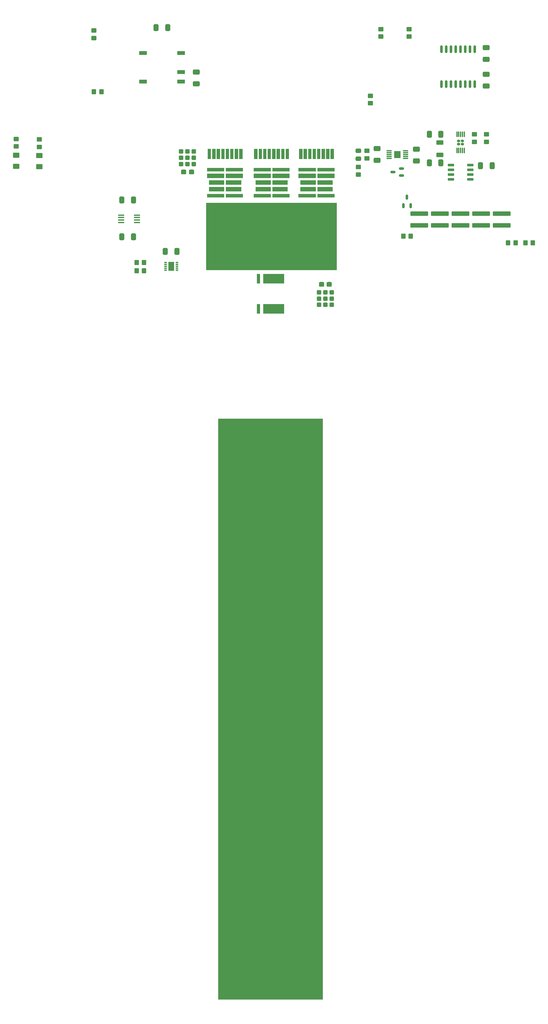
<source format=gbr>
%TF.GenerationSoftware,KiCad,Pcbnew,8.0.3*%
%TF.CreationDate,2024-09-30T04:18:30-05:00*%
%TF.ProjectId,Project Lab 4,50726f6a-6563-4742-904c-616220342e6b,rev?*%
%TF.SameCoordinates,Original*%
%TF.FileFunction,Paste,Top*%
%TF.FilePolarity,Positive*%
%FSLAX46Y46*%
G04 Gerber Fmt 4.6, Leading zero omitted, Abs format (unit mm)*
G04 Created by KiCad (PCBNEW 8.0.3) date 2024-09-30 04:18:30*
%MOMM*%
%LPD*%
G01*
G04 APERTURE LIST*
G04 Aperture macros list*
%AMRoundRect*
0 Rectangle with rounded corners*
0 $1 Rounding radius*
0 $2 $3 $4 $5 $6 $7 $8 $9 X,Y pos of 4 corners*
0 Add a 4 corners polygon primitive as box body*
4,1,4,$2,$3,$4,$5,$6,$7,$8,$9,$2,$3,0*
0 Add four circle primitives for the rounded corners*
1,1,$1+$1,$2,$3*
1,1,$1+$1,$4,$5*
1,1,$1+$1,$6,$7*
1,1,$1+$1,$8,$9*
0 Add four rect primitives between the rounded corners*
20,1,$1+$1,$2,$3,$4,$5,0*
20,1,$1+$1,$4,$5,$6,$7,0*
20,1,$1+$1,$6,$7,$8,$9,0*
20,1,$1+$1,$8,$9,$2,$3,0*%
G04 Aperture macros list end*
%ADD10C,0.010000*%
%ADD11R,35.000000X18.000000*%
%ADD12RoundRect,0.250000X-0.412500X-0.650000X0.412500X-0.650000X0.412500X0.650000X-0.412500X0.650000X0*%
%ADD13RoundRect,0.300000X-0.325000X-0.300000X0.325000X-0.300000X0.325000X0.300000X-0.325000X0.300000X0*%
%ADD14RoundRect,0.317500X0.382500X0.317500X-0.382500X0.317500X-0.382500X-0.317500X0.382500X-0.317500X0*%
%ADD15RoundRect,0.250000X-0.475000X0.337500X-0.475000X-0.337500X0.475000X-0.337500X0.475000X0.337500X0*%
%ADD16RoundRect,0.250000X-0.450000X0.350000X-0.450000X-0.350000X0.450000X-0.350000X0.450000X0.350000X0*%
%ADD17RoundRect,0.250000X0.412500X0.650000X-0.412500X0.650000X-0.412500X-0.650000X0.412500X-0.650000X0*%
%ADD18R,2.100000X1.000000*%
%ADD19R,1.425000X0.300000*%
%ADD20R,1.680000X1.880000*%
%ADD21R,28.000000X155.000000*%
%ADD22RoundRect,0.250000X0.350000X0.450000X-0.350000X0.450000X-0.350000X-0.450000X0.350000X-0.450000X0*%
%ADD23RoundRect,0.250000X0.650000X-0.412500X0.650000X0.412500X-0.650000X0.412500X-0.650000X-0.412500X0*%
%ADD24RoundRect,0.250000X2.125000X-0.362500X2.125000X0.362500X-2.125000X0.362500X-2.125000X-0.362500X0*%
%ADD25RoundRect,0.250000X-0.650000X0.412500X-0.650000X-0.412500X0.650000X-0.412500X0.650000X0.412500X0*%
%ADD26R,5.600000X2.550000*%
%ADD27R,0.900000X2.550000*%
%ADD28RoundRect,0.150000X-0.150000X0.875000X-0.150000X-0.875000X0.150000X-0.875000X0.150000X0.875000X0*%
%ADD29RoundRect,0.150000X0.150000X-0.512500X0.150000X0.512500X-0.150000X0.512500X-0.150000X-0.512500X0*%
%ADD30RoundRect,0.300000X0.325000X0.300000X-0.325000X0.300000X-0.325000X-0.300000X0.325000X-0.300000X0*%
%ADD31RoundRect,0.317500X-0.382500X-0.317500X0.382500X-0.317500X0.382500X0.317500X-0.382500X0.317500X0*%
%ADD32R,0.750000X0.300000*%
%ADD33R,1.600000X2.400000*%
%ADD34RoundRect,0.250000X-0.350000X-0.450000X0.350000X-0.450000X0.350000X0.450000X-0.350000X0.450000X0*%
%ADD35RoundRect,0.250000X0.700000X-0.362500X0.700000X0.362500X-0.700000X0.362500X-0.700000X-0.362500X0*%
%ADD36RoundRect,0.250001X-0.624999X0.462499X-0.624999X-0.462499X0.624999X-0.462499X0.624999X0.462499X0*%
%ADD37RoundRect,0.150000X0.512500X0.150000X-0.512500X0.150000X-0.512500X-0.150000X0.512500X-0.150000X0*%
%ADD38RoundRect,0.175000X0.225000X-0.175000X0.225000X0.175000X-0.225000X0.175000X-0.225000X-0.175000X0*%
%ADD39RoundRect,0.075000X0.075000X-0.662500X0.075000X0.662500X-0.075000X0.662500X-0.075000X-0.662500X0*%
%ADD40RoundRect,0.250000X0.450000X-0.350000X0.450000X0.350000X-0.450000X0.350000X-0.450000X-0.350000X0*%
%ADD41RoundRect,0.150000X-0.725000X-0.150000X0.725000X-0.150000X0.725000X0.150000X-0.725000X0.150000X0*%
%ADD42RoundRect,0.100000X-0.712500X-0.100000X0.712500X-0.100000X0.712500X0.100000X-0.712500X0.100000X0*%
G04 APERTURE END LIST*
D10*
%TO.C,Q1*%
X402200000Y-1820000D02*
X401400000Y-1820000D01*
X401400000Y880000D01*
X402200000Y880000D01*
X402200000Y-1820000D01*
G36*
X402200000Y-1820000D02*
G01*
X401400000Y-1820000D01*
X401400000Y880000D01*
X402200000Y880000D01*
X402200000Y-1820000D01*
G37*
X403400000Y-1820000D02*
X402600000Y-1820000D01*
X402600000Y880000D01*
X403400000Y880000D01*
X403400000Y-1820000D01*
G36*
X403400000Y-1820000D02*
G01*
X402600000Y-1820000D01*
X402600000Y880000D01*
X403400000Y880000D01*
X403400000Y-1820000D01*
G37*
X404600000Y-1820000D02*
X403800000Y-1820000D01*
X403800000Y880000D01*
X404600000Y880000D01*
X404600000Y-1820000D01*
G36*
X404600000Y-1820000D02*
G01*
X403800000Y-1820000D01*
X403800000Y880000D01*
X404600000Y880000D01*
X404600000Y-1820000D01*
G37*
X405750000Y-5045000D02*
X401250000Y-5045000D01*
X401250000Y-4195000D01*
X405750000Y-4195000D01*
X405750000Y-5045000D01*
G36*
X405750000Y-5045000D02*
G01*
X401250000Y-5045000D01*
X401250000Y-4195000D01*
X405750000Y-4195000D01*
X405750000Y-5045000D01*
G37*
X405750000Y-6845000D02*
X401250000Y-6845000D01*
X401250000Y-5745000D01*
X405750000Y-5745000D01*
X405750000Y-6845000D01*
G36*
X405750000Y-6845000D02*
G01*
X401250000Y-6845000D01*
X401250000Y-5745000D01*
X405750000Y-5745000D01*
X405750000Y-6845000D01*
G37*
X405750000Y-8645000D02*
X401750000Y-8645000D01*
X401750000Y-7545000D01*
X405750000Y-7545000D01*
X405750000Y-8645000D01*
G36*
X405750000Y-8645000D02*
G01*
X401750000Y-8645000D01*
X401750000Y-7545000D01*
X405750000Y-7545000D01*
X405750000Y-8645000D01*
G37*
X405750000Y-10445000D02*
X401750000Y-10445000D01*
X401750000Y-9345000D01*
X405750000Y-9345000D01*
X405750000Y-10445000D01*
G36*
X405750000Y-10445000D02*
G01*
X401750000Y-10445000D01*
X401750000Y-9345000D01*
X405750000Y-9345000D01*
X405750000Y-10445000D01*
G37*
X405750000Y-11995000D02*
X401250000Y-11995000D01*
X401250000Y-11145000D01*
X405750000Y-11145000D01*
X405750000Y-11995000D01*
G36*
X405750000Y-11995000D02*
G01*
X401250000Y-11995000D01*
X401250000Y-11145000D01*
X405750000Y-11145000D01*
X405750000Y-11995000D01*
G37*
X405800000Y-1820000D02*
X405000000Y-1820000D01*
X405000000Y880000D01*
X405800000Y880000D01*
X405800000Y-1820000D01*
G36*
X405800000Y-1820000D02*
G01*
X405000000Y-1820000D01*
X405000000Y880000D01*
X405800000Y880000D01*
X405800000Y-1820000D01*
G37*
X407000000Y-1820000D02*
X406200000Y-1820000D01*
X406200000Y880000D01*
X407000000Y880000D01*
X407000000Y-1820000D01*
G36*
X407000000Y-1820000D02*
G01*
X406200000Y-1820000D01*
X406200000Y880000D01*
X407000000Y880000D01*
X407000000Y-1820000D01*
G37*
X408200000Y-1820000D02*
X407400000Y-1820000D01*
X407400000Y880000D01*
X408200000Y880000D01*
X408200000Y-1820000D01*
G36*
X408200000Y-1820000D02*
G01*
X407400000Y-1820000D01*
X407400000Y880000D01*
X408200000Y880000D01*
X408200000Y-1820000D01*
G37*
X409400000Y-1820000D02*
X408600000Y-1820000D01*
X408600000Y880000D01*
X409400000Y880000D01*
X409400000Y-1820000D01*
G36*
X409400000Y-1820000D02*
G01*
X408600000Y-1820000D01*
X408600000Y880000D01*
X409400000Y880000D01*
X409400000Y-1820000D01*
G37*
X410250000Y-8645000D02*
X406250000Y-8645000D01*
X406250000Y-7545000D01*
X410250000Y-7545000D01*
X410250000Y-8645000D01*
G36*
X410250000Y-8645000D02*
G01*
X406250000Y-8645000D01*
X406250000Y-7545000D01*
X410250000Y-7545000D01*
X410250000Y-8645000D01*
G37*
X410250000Y-10445000D02*
X406250000Y-10445000D01*
X406250000Y-9345000D01*
X410250000Y-9345000D01*
X410250000Y-10445000D01*
G36*
X410250000Y-10445000D02*
G01*
X406250000Y-10445000D01*
X406250000Y-9345000D01*
X410250000Y-9345000D01*
X410250000Y-10445000D01*
G37*
X410600000Y-1820000D02*
X409800000Y-1820000D01*
X409800000Y880000D01*
X410600000Y880000D01*
X410600000Y-1820000D01*
G36*
X410600000Y-1820000D02*
G01*
X409800000Y-1820000D01*
X409800000Y880000D01*
X410600000Y880000D01*
X410600000Y-1820000D01*
G37*
X410750000Y-5045000D02*
X406250000Y-5045000D01*
X406250000Y-4195000D01*
X410750000Y-4195000D01*
X410750000Y-5045000D01*
G36*
X410750000Y-5045000D02*
G01*
X406250000Y-5045000D01*
X406250000Y-4195000D01*
X410750000Y-4195000D01*
X410750000Y-5045000D01*
G37*
X410750000Y-6845000D02*
X406250000Y-6845000D01*
X406250000Y-5745000D01*
X410750000Y-5745000D01*
X410750000Y-6845000D01*
G36*
X410750000Y-6845000D02*
G01*
X406250000Y-6845000D01*
X406250000Y-5745000D01*
X410750000Y-5745000D01*
X410750000Y-6845000D01*
G37*
X410750000Y-11995000D02*
X406250000Y-11995000D01*
X406250000Y-11145000D01*
X410750000Y-11145000D01*
X410750000Y-11995000D01*
G36*
X410750000Y-11995000D02*
G01*
X406250000Y-11995000D01*
X406250000Y-11145000D01*
X410750000Y-11145000D01*
X410750000Y-11995000D01*
G37*
%TO.C,Q3*%
X377800000Y-1820000D02*
X377000000Y-1820000D01*
X377000000Y880000D01*
X377800000Y880000D01*
X377800000Y-1820000D01*
G36*
X377800000Y-1820000D02*
G01*
X377000000Y-1820000D01*
X377000000Y880000D01*
X377800000Y880000D01*
X377800000Y-1820000D01*
G37*
X379000000Y-1820000D02*
X378200000Y-1820000D01*
X378200000Y880000D01*
X379000000Y880000D01*
X379000000Y-1820000D01*
G36*
X379000000Y-1820000D02*
G01*
X378200000Y-1820000D01*
X378200000Y880000D01*
X379000000Y880000D01*
X379000000Y-1820000D01*
G37*
X380200000Y-1820000D02*
X379400000Y-1820000D01*
X379400000Y880000D01*
X380200000Y880000D01*
X380200000Y-1820000D01*
G36*
X380200000Y-1820000D02*
G01*
X379400000Y-1820000D01*
X379400000Y880000D01*
X380200000Y880000D01*
X380200000Y-1820000D01*
G37*
X381350000Y-5045000D02*
X376850000Y-5045000D01*
X376850000Y-4195000D01*
X381350000Y-4195000D01*
X381350000Y-5045000D01*
G36*
X381350000Y-5045000D02*
G01*
X376850000Y-5045000D01*
X376850000Y-4195000D01*
X381350000Y-4195000D01*
X381350000Y-5045000D01*
G37*
X381350000Y-6845000D02*
X376850000Y-6845000D01*
X376850000Y-5745000D01*
X381350000Y-5745000D01*
X381350000Y-6845000D01*
G36*
X381350000Y-6845000D02*
G01*
X376850000Y-6845000D01*
X376850000Y-5745000D01*
X381350000Y-5745000D01*
X381350000Y-6845000D01*
G37*
X381350000Y-8645000D02*
X377350000Y-8645000D01*
X377350000Y-7545000D01*
X381350000Y-7545000D01*
X381350000Y-8645000D01*
G36*
X381350000Y-8645000D02*
G01*
X377350000Y-8645000D01*
X377350000Y-7545000D01*
X381350000Y-7545000D01*
X381350000Y-8645000D01*
G37*
X381350000Y-10445000D02*
X377350000Y-10445000D01*
X377350000Y-9345000D01*
X381350000Y-9345000D01*
X381350000Y-10445000D01*
G36*
X381350000Y-10445000D02*
G01*
X377350000Y-10445000D01*
X377350000Y-9345000D01*
X381350000Y-9345000D01*
X381350000Y-10445000D01*
G37*
X381350000Y-11995000D02*
X376850000Y-11995000D01*
X376850000Y-11145000D01*
X381350000Y-11145000D01*
X381350000Y-11995000D01*
G36*
X381350000Y-11995000D02*
G01*
X376850000Y-11995000D01*
X376850000Y-11145000D01*
X381350000Y-11145000D01*
X381350000Y-11995000D01*
G37*
X381400000Y-1820000D02*
X380600000Y-1820000D01*
X380600000Y880000D01*
X381400000Y880000D01*
X381400000Y-1820000D01*
G36*
X381400000Y-1820000D02*
G01*
X380600000Y-1820000D01*
X380600000Y880000D01*
X381400000Y880000D01*
X381400000Y-1820000D01*
G37*
X382600000Y-1820000D02*
X381800000Y-1820000D01*
X381800000Y880000D01*
X382600000Y880000D01*
X382600000Y-1820000D01*
G36*
X382600000Y-1820000D02*
G01*
X381800000Y-1820000D01*
X381800000Y880000D01*
X382600000Y880000D01*
X382600000Y-1820000D01*
G37*
X383800000Y-1820000D02*
X383000000Y-1820000D01*
X383000000Y880000D01*
X383800000Y880000D01*
X383800000Y-1820000D01*
G36*
X383800000Y-1820000D02*
G01*
X383000000Y-1820000D01*
X383000000Y880000D01*
X383800000Y880000D01*
X383800000Y-1820000D01*
G37*
X385000000Y-1820000D02*
X384200000Y-1820000D01*
X384200000Y880000D01*
X385000000Y880000D01*
X385000000Y-1820000D01*
G36*
X385000000Y-1820000D02*
G01*
X384200000Y-1820000D01*
X384200000Y880000D01*
X385000000Y880000D01*
X385000000Y-1820000D01*
G37*
X385850000Y-8645000D02*
X381850000Y-8645000D01*
X381850000Y-7545000D01*
X385850000Y-7545000D01*
X385850000Y-8645000D01*
G36*
X385850000Y-8645000D02*
G01*
X381850000Y-8645000D01*
X381850000Y-7545000D01*
X385850000Y-7545000D01*
X385850000Y-8645000D01*
G37*
X385850000Y-10445000D02*
X381850000Y-10445000D01*
X381850000Y-9345000D01*
X385850000Y-9345000D01*
X385850000Y-10445000D01*
G36*
X385850000Y-10445000D02*
G01*
X381850000Y-10445000D01*
X381850000Y-9345000D01*
X385850000Y-9345000D01*
X385850000Y-10445000D01*
G37*
X386200000Y-1820000D02*
X385400000Y-1820000D01*
X385400000Y880000D01*
X386200000Y880000D01*
X386200000Y-1820000D01*
G36*
X386200000Y-1820000D02*
G01*
X385400000Y-1820000D01*
X385400000Y880000D01*
X386200000Y880000D01*
X386200000Y-1820000D01*
G37*
X386350000Y-5045000D02*
X381850000Y-5045000D01*
X381850000Y-4195000D01*
X386350000Y-4195000D01*
X386350000Y-5045000D01*
G36*
X386350000Y-5045000D02*
G01*
X381850000Y-5045000D01*
X381850000Y-4195000D01*
X386350000Y-4195000D01*
X386350000Y-5045000D01*
G37*
X386350000Y-6845000D02*
X381850000Y-6845000D01*
X381850000Y-5745000D01*
X386350000Y-5745000D01*
X386350000Y-6845000D01*
G36*
X386350000Y-6845000D02*
G01*
X381850000Y-6845000D01*
X381850000Y-5745000D01*
X386350000Y-5745000D01*
X386350000Y-6845000D01*
G37*
X386350000Y-11995000D02*
X381850000Y-11995000D01*
X381850000Y-11145000D01*
X386350000Y-11145000D01*
X386350000Y-11995000D01*
G36*
X386350000Y-11995000D02*
G01*
X381850000Y-11995000D01*
X381850000Y-11145000D01*
X386350000Y-11145000D01*
X386350000Y-11995000D01*
G37*
%TO.C,Q2*%
X390200000Y-1820000D02*
X389400000Y-1820000D01*
X389400000Y880000D01*
X390200000Y880000D01*
X390200000Y-1820000D01*
G36*
X390200000Y-1820000D02*
G01*
X389400000Y-1820000D01*
X389400000Y880000D01*
X390200000Y880000D01*
X390200000Y-1820000D01*
G37*
X391400000Y-1820000D02*
X390600000Y-1820000D01*
X390600000Y880000D01*
X391400000Y880000D01*
X391400000Y-1820000D01*
G36*
X391400000Y-1820000D02*
G01*
X390600000Y-1820000D01*
X390600000Y880000D01*
X391400000Y880000D01*
X391400000Y-1820000D01*
G37*
X392600000Y-1820000D02*
X391800000Y-1820000D01*
X391800000Y880000D01*
X392600000Y880000D01*
X392600000Y-1820000D01*
G36*
X392600000Y-1820000D02*
G01*
X391800000Y-1820000D01*
X391800000Y880000D01*
X392600000Y880000D01*
X392600000Y-1820000D01*
G37*
X393750000Y-5045000D02*
X389250000Y-5045000D01*
X389250000Y-4195000D01*
X393750000Y-4195000D01*
X393750000Y-5045000D01*
G36*
X393750000Y-5045000D02*
G01*
X389250000Y-5045000D01*
X389250000Y-4195000D01*
X393750000Y-4195000D01*
X393750000Y-5045000D01*
G37*
X393750000Y-6845000D02*
X389250000Y-6845000D01*
X389250000Y-5745000D01*
X393750000Y-5745000D01*
X393750000Y-6845000D01*
G36*
X393750000Y-6845000D02*
G01*
X389250000Y-6845000D01*
X389250000Y-5745000D01*
X393750000Y-5745000D01*
X393750000Y-6845000D01*
G37*
X393750000Y-8645000D02*
X389750000Y-8645000D01*
X389750000Y-7545000D01*
X393750000Y-7545000D01*
X393750000Y-8645000D01*
G36*
X393750000Y-8645000D02*
G01*
X389750000Y-8645000D01*
X389750000Y-7545000D01*
X393750000Y-7545000D01*
X393750000Y-8645000D01*
G37*
X393750000Y-10445000D02*
X389750000Y-10445000D01*
X389750000Y-9345000D01*
X393750000Y-9345000D01*
X393750000Y-10445000D01*
G36*
X393750000Y-10445000D02*
G01*
X389750000Y-10445000D01*
X389750000Y-9345000D01*
X393750000Y-9345000D01*
X393750000Y-10445000D01*
G37*
X393750000Y-11995000D02*
X389250000Y-11995000D01*
X389250000Y-11145000D01*
X393750000Y-11145000D01*
X393750000Y-11995000D01*
G36*
X393750000Y-11995000D02*
G01*
X389250000Y-11995000D01*
X389250000Y-11145000D01*
X393750000Y-11145000D01*
X393750000Y-11995000D01*
G37*
X393800000Y-1820000D02*
X393000000Y-1820000D01*
X393000000Y880000D01*
X393800000Y880000D01*
X393800000Y-1820000D01*
G36*
X393800000Y-1820000D02*
G01*
X393000000Y-1820000D01*
X393000000Y880000D01*
X393800000Y880000D01*
X393800000Y-1820000D01*
G37*
X395000000Y-1820000D02*
X394200000Y-1820000D01*
X394200000Y880000D01*
X395000000Y880000D01*
X395000000Y-1820000D01*
G36*
X395000000Y-1820000D02*
G01*
X394200000Y-1820000D01*
X394200000Y880000D01*
X395000000Y880000D01*
X395000000Y-1820000D01*
G37*
X396200000Y-1820000D02*
X395400000Y-1820000D01*
X395400000Y880000D01*
X396200000Y880000D01*
X396200000Y-1820000D01*
G36*
X396200000Y-1820000D02*
G01*
X395400000Y-1820000D01*
X395400000Y880000D01*
X396200000Y880000D01*
X396200000Y-1820000D01*
G37*
X397400000Y-1820000D02*
X396600000Y-1820000D01*
X396600000Y880000D01*
X397400000Y880000D01*
X397400000Y-1820000D01*
G36*
X397400000Y-1820000D02*
G01*
X396600000Y-1820000D01*
X396600000Y880000D01*
X397400000Y880000D01*
X397400000Y-1820000D01*
G37*
X398250000Y-8645000D02*
X394250000Y-8645000D01*
X394250000Y-7545000D01*
X398250000Y-7545000D01*
X398250000Y-8645000D01*
G36*
X398250000Y-8645000D02*
G01*
X394250000Y-8645000D01*
X394250000Y-7545000D01*
X398250000Y-7545000D01*
X398250000Y-8645000D01*
G37*
X398250000Y-10445000D02*
X394250000Y-10445000D01*
X394250000Y-9345000D01*
X398250000Y-9345000D01*
X398250000Y-10445000D01*
G36*
X398250000Y-10445000D02*
G01*
X394250000Y-10445000D01*
X394250000Y-9345000D01*
X398250000Y-9345000D01*
X398250000Y-10445000D01*
G37*
X398600000Y-1820000D02*
X397800000Y-1820000D01*
X397800000Y880000D01*
X398600000Y880000D01*
X398600000Y-1820000D01*
G36*
X398600000Y-1820000D02*
G01*
X397800000Y-1820000D01*
X397800000Y880000D01*
X398600000Y880000D01*
X398600000Y-1820000D01*
G37*
X398750000Y-5045000D02*
X394250000Y-5045000D01*
X394250000Y-4195000D01*
X398750000Y-4195000D01*
X398750000Y-5045000D01*
G36*
X398750000Y-5045000D02*
G01*
X394250000Y-5045000D01*
X394250000Y-4195000D01*
X398750000Y-4195000D01*
X398750000Y-5045000D01*
G37*
X398750000Y-6845000D02*
X394250000Y-6845000D01*
X394250000Y-5745000D01*
X398750000Y-5745000D01*
X398750000Y-6845000D01*
G36*
X398750000Y-6845000D02*
G01*
X394250000Y-6845000D01*
X394250000Y-5745000D01*
X398750000Y-5745000D01*
X398750000Y-6845000D01*
G37*
X398750000Y-11995000D02*
X394250000Y-11995000D01*
X394250000Y-11145000D01*
X398750000Y-11145000D01*
X398750000Y-11995000D01*
G36*
X398750000Y-11995000D02*
G01*
X394250000Y-11995000D01*
X394250000Y-11145000D01*
X398750000Y-11145000D01*
X398750000Y-11995000D01*
G37*
%TD*%
D11*
%TO.C,H8*%
X394000000Y-22500000D03*
%TD*%
D12*
%TO.C,C32*%
X449837500Y-3600000D03*
X452962500Y-3600000D03*
%TD*%
D13*
%TO.C,D3*%
X373300000Y-3200000D03*
X373300000Y-1510000D03*
X373300000Y150000D03*
X371600000Y-3200000D03*
X371600000Y-1510000D03*
X371600000Y150000D03*
X369900000Y-3200000D03*
X369900000Y-1510000D03*
X369900000Y150000D03*
D14*
X372640000Y-5315000D03*
X370560000Y-5315000D03*
%TD*%
D15*
%TO.C,C26*%
X417202437Y337500D03*
X417202437Y-1737500D03*
%TD*%
D16*
%TO.C,R11*%
X423200000Y32800000D03*
X423200000Y30800000D03*
%TD*%
D17*
%TO.C,C2*%
X439262500Y-2900000D03*
X436137500Y-2900000D03*
%TD*%
D18*
%TO.C,U4*%
X369850000Y18790000D03*
X369850000Y21330000D03*
X369850000Y26410000D03*
X359750000Y26410000D03*
X359750000Y18790000D03*
%TD*%
D19*
%TO.C,IC1*%
X429826437Y-1700000D03*
X429826437Y-1200000D03*
X429826437Y-700000D03*
X429826437Y-200000D03*
X429826437Y300000D03*
X425402437Y300000D03*
X425402437Y-200000D03*
X425402437Y-700000D03*
X425402437Y-1200000D03*
X425402437Y-1700000D03*
D20*
X427614437Y-700000D03*
%TD*%
D21*
%TO.C,H7*%
X393800000Y-148575000D03*
%TD*%
D22*
%TO.C,R14*%
X348600000Y16100000D03*
X346600000Y16100000D03*
%TD*%
D23*
%TO.C,C24*%
X432700000Y-2362500D03*
X432700000Y762500D03*
%TD*%
D24*
%TO.C,R21*%
X439000000Y-19562500D03*
X439000000Y-16437500D03*
%TD*%
D25*
%TO.C,C33*%
X451300000Y27812500D03*
X451300000Y24687500D03*
%TD*%
D26*
%TO.C,R1*%
X394600000Y-41825000D03*
D27*
X390550000Y-41825000D03*
X390550000Y-33775000D03*
D26*
X394600000Y-33775000D03*
%TD*%
D28*
%TO.C,U2*%
X448245000Y27450000D03*
X446975000Y27450000D03*
X445705000Y27450000D03*
X444435000Y27450000D03*
X443165000Y27450000D03*
X441895000Y27450000D03*
X440625000Y27450000D03*
X439355000Y27450000D03*
X439355000Y18150000D03*
X440625000Y18150000D03*
X441895000Y18150000D03*
X443165000Y18150000D03*
X444435000Y18150000D03*
X445705000Y18150000D03*
X446975000Y18150000D03*
X448245000Y18150000D03*
%TD*%
D24*
%TO.C,R19*%
X455500000Y-19562500D03*
X455500000Y-16437500D03*
%TD*%
D25*
%TO.C,C28*%
X373950000Y21362500D03*
X373950000Y18237500D03*
%TD*%
D16*
%TO.C,R23*%
X451400000Y4732500D03*
X451400000Y2732500D03*
%TD*%
D17*
%TO.C,C31*%
X439262500Y4700000D03*
X436137500Y4700000D03*
%TD*%
D23*
%TO.C,C25*%
X422200000Y-2173573D03*
X422200000Y951427D03*
%TD*%
D29*
%TO.C,Q5*%
X429250000Y-14337500D03*
X431150000Y-14337500D03*
X430200000Y-12062500D03*
%TD*%
D22*
%TO.C,R17*%
X431200000Y-22400000D03*
X429200000Y-22400000D03*
%TD*%
D23*
%TO.C,C34*%
X451300000Y17637500D03*
X451300000Y20762500D03*
%TD*%
D24*
%TO.C,R20*%
X444500000Y-19562500D03*
X444500000Y-16437500D03*
%TD*%
D30*
%TO.C,D4*%
X406700000Y-37400000D03*
X406700000Y-39090000D03*
X406700000Y-40750000D03*
X408400000Y-37400000D03*
X408400000Y-39090000D03*
X408400000Y-40750000D03*
X410100000Y-37400000D03*
X410100000Y-39090000D03*
X410100000Y-40750000D03*
D31*
X407360000Y-35285000D03*
X409440000Y-35285000D03*
%TD*%
D32*
%TO.C,U1*%
X368750000Y-31500000D03*
X368750000Y-31000000D03*
X368750000Y-30500000D03*
X368750000Y-30000000D03*
X368750000Y-29500000D03*
X365750000Y-29500000D03*
X365750000Y-30000000D03*
X365750000Y-30500000D03*
X365750000Y-31000000D03*
X365750000Y-31500000D03*
D33*
X367250000Y-30500000D03*
%TD*%
D22*
%TO.C,R10*%
X463800000Y-24200000D03*
X461800000Y-24200000D03*
%TD*%
D34*
%TO.C,R9*%
X457200000Y-24200000D03*
X459200000Y-24200000D03*
%TD*%
D35*
%TO.C,L1*%
X439000000Y-762500D03*
X439000000Y2562500D03*
%TD*%
D16*
%TO.C,R13*%
X448200000Y4732500D03*
X448200000Y2732500D03*
%TD*%
%TO.C,R12*%
X420400000Y15000000D03*
X420400000Y13000000D03*
%TD*%
D12*
%TO.C,C27*%
X354037500Y-12800000D03*
X357162500Y-12800000D03*
%TD*%
D16*
%TO.C,R2*%
X417202437Y-4000000D03*
X417202437Y-6000000D03*
%TD*%
D36*
%TO.C,D5*%
X325900000Y-812500D03*
X325900000Y-3787500D03*
%TD*%
D24*
%TO.C,R22*%
X433500000Y-19562500D03*
X433500000Y-16437500D03*
%TD*%
D37*
%TO.C,D1*%
X428751937Y-6261073D03*
X428751937Y-4361073D03*
X426476937Y-5311073D03*
%TD*%
D38*
%TO.C,U5*%
X444010000Y2132500D03*
X445000000Y2132500D03*
X444010000Y2992500D03*
X445000000Y2992500D03*
D39*
X443505000Y400000D03*
X444005000Y400000D03*
X444505000Y400000D03*
X445005000Y400000D03*
X445505000Y400000D03*
X445505000Y4725000D03*
X445005000Y4725000D03*
X444505000Y4725000D03*
X444005000Y4725000D03*
X443505000Y4725000D03*
%TD*%
D12*
%TO.C,C23*%
X354037500Y-22600000D03*
X357162500Y-22600000D03*
%TD*%
D40*
%TO.C,R4*%
X325900000Y1487500D03*
X325900000Y3487500D03*
%TD*%
%TO.C,R3*%
X332004000Y1387500D03*
X332004000Y3387500D03*
%TD*%
D12*
%TO.C,C30*%
X363237500Y33200000D03*
X366362500Y33200000D03*
%TD*%
D16*
%TO.C,R15*%
X346600000Y32400000D03*
X346600000Y30400000D03*
%TD*%
D40*
%TO.C,R5*%
X419502437Y-1700000D03*
X419502437Y300000D03*
%TD*%
D22*
%TO.C,R7*%
X360000000Y-29500000D03*
X358000000Y-29500000D03*
%TD*%
D41*
%TO.C,U6*%
X441930000Y-3495000D03*
X441930000Y-4765000D03*
X441930000Y-6035000D03*
X441930000Y-7305000D03*
X447080000Y-7305000D03*
X447080000Y-6035000D03*
X447080000Y-4765000D03*
X447080000Y-3495000D03*
%TD*%
D12*
%TO.C,C1*%
X365687500Y-26500000D03*
X368812500Y-26500000D03*
%TD*%
D24*
%TO.C,R18*%
X450000000Y-19562500D03*
X450000000Y-16437500D03*
%TD*%
D42*
%TO.C,U3*%
X353887500Y-16825000D03*
X353887500Y-17475000D03*
X353887500Y-18125000D03*
X353887500Y-18775000D03*
X358112500Y-18775000D03*
X358112500Y-18125000D03*
X358112500Y-17475000D03*
X358112500Y-16825000D03*
%TD*%
D22*
%TO.C,R6*%
X360000000Y-31700000D03*
X358000000Y-31700000D03*
%TD*%
D36*
%TO.C,D2*%
X332004000Y-912500D03*
X332004000Y-3887500D03*
%TD*%
D16*
%TO.C,R16*%
X430800000Y32800000D03*
X430800000Y30800000D03*
%TD*%
M02*

</source>
